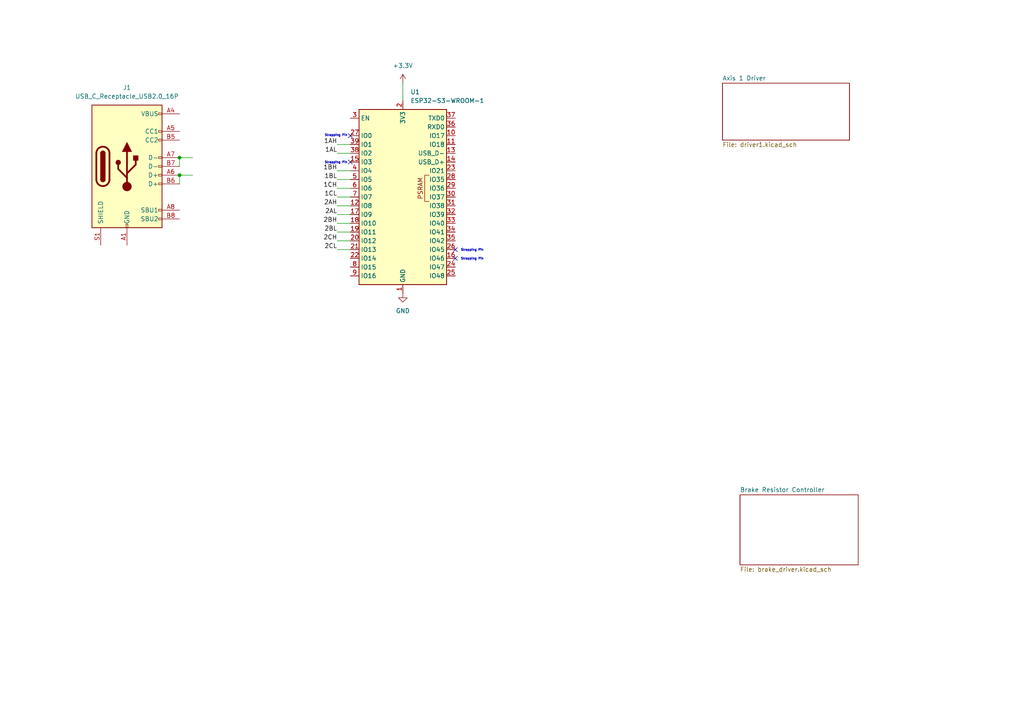
<source format=kicad_sch>
(kicad_sch (version 20231120) (generator "eeschema") (generator_version "8.0")
  (paper "A4")
  (lib_symbols
    (symbol "Connector:USB_C_Receptacle_USB2.0_16P" (pin_names (offset 1.016))
      (property "Reference" "J" (at 0 22.225 0))
      (property "Value" "USB_C_Receptacle_USB2.0_16P" (at 0 19.685 0))
      (symbol "USB_C_Receptacle_USB2.0_16P_0_0"
        (rectangle (start -0.254 -17.78) (end 0.254 -16.764))
        (rectangle (start 10.16 -14.986) (end 9.144 -15.494))
        (rectangle (start 10.16 -12.446) (end 9.144 -12.954))
        (rectangle (start 10.16 -4.826) (end 9.144 -5.334))
        (rectangle (start 10.16 -2.286) (end 9.144 -2.794))
        (rectangle (start 10.16 0.254) (end 9.144 -0.254))
        (rectangle (start 10.16 2.794) (end 9.144 2.286))
        (rectangle (start 10.16 7.874) (end 9.144 7.366))
        (rectangle (start 10.16 10.414) (end 9.144 9.906))
        (rectangle (start 10.16 15.494) (end 9.144 14.986))
      )
      (symbol "USB_C_Receptacle_USB2.0_16P_0_1"
        (rectangle (start -10.16 17.78) (end 10.16 -17.78) (stroke (width 0.254)) (fill (type background)))
        (arc (start -8.89 -3.81) (mid -6.985 -5.7067) (end -5.08 -3.81) (stroke (width 0.508)))
        (arc (start -7.62 -3.81) (mid -6.985 -4.4423) (end -6.35 -3.81) (stroke (width 0.254)))
        (arc (start -7.62 -3.81) (mid -6.985 -4.4423) (end -6.35 -3.81) (stroke (width 0.254)) (fill (type outline)))
        (rectangle (start -7.62 -3.81) (end -6.35 3.81) (stroke (width 0.254)) (fill (type outline)))
        (arc (start -6.35 3.81) (mid -6.985 4.4423) (end -7.62 3.81) (stroke (width 0.254)))
        (arc (start -6.35 3.81) (mid -6.985 4.4423) (end -7.62 3.81) (stroke (width 0.254)) (fill (type outline)))
        (arc (start -5.08 3.81) (mid -6.985 5.7067) (end -8.89 3.81) (stroke (width 0.508)))
        (circle (center -2.54 1.143) (radius 0.635) (stroke (width 0.254)) (fill (type outline)))
        (circle (center 0 -5.842) (radius 1.27) (fill (type outline)))
        (polyline (pts (xy -8.89 -3.81) (xy -8.89 3.81)) (stroke (width 0.508)))
        (polyline (pts (xy -5.08 3.81) (xy -5.08 -3.81)) (stroke (width 0.508)))
        (polyline (pts (xy 0 -5.842) (xy 0 4.318)) (stroke (width 0.508)))
        (polyline (pts (xy 0 -3.302) (xy -2.54 -0.762) (xy -2.54 0.508)) (stroke (width 0.508)))
        (polyline (pts (xy 0 -2.032) (xy 2.54 0.508) (xy 2.54 1.778)) (stroke (width 0.508)))
        (polyline (pts (xy -1.27 4.318) (xy 0 6.858) (xy 1.27 4.318) (xy -1.27 4.318)) (stroke (width 0.254)) (fill (type outline)))
        (rectangle (start 1.905 1.778) (end 3.175 3.048) (stroke (width 0.254)) (fill (type outline)))
      )
      (symbol "USB_C_Receptacle_USB2.0_16P_1_1"
        (pin passive line (at 0 -22.86 90) (length 5.08) (name "GND") (number "A1"))
        (pin passive line (at 0 -22.86 90) (length 5.08) hide (name "GND") (number "A12"))
        (pin passive line (at 15.24 15.24 180) (length 5.08) (name "VBUS") (number "A4"))
        (pin bidirectional line (at 15.24 10.16 180) (length 5.08) (name "CC1") (number "A5"))
        (pin bidirectional line (at 15.24 -2.54 180) (length 5.08) (name "D+") (number "A6"))
        (pin bidirectional line (at 15.24 2.54 180) (length 5.08) (name "D-") (number "A7"))
        (pin bidirectional line (at 15.24 -12.7 180) (length 5.08) (name "SBU1") (number "A8"))
        (pin passive line (at 15.24 15.24 180) (length 5.08) hide (name "VBUS") (number "A9"))
        (pin passive line (at 0 -22.86 90) (length 5.08) hide (name "GND") (number "B1"))
        (pin passive line (at 0 -22.86 90) (length 5.08) hide (name "GND") (number "B12"))
        (pin passive line (at 15.24 15.24 180) (length 5.08) hide (name "VBUS") (number "B4"))
        (pin bidirectional line (at 15.24 7.62 180) (length 5.08) (name "CC2") (number "B5"))
        (pin bidirectional line (at 15.24 -5.08 180) (length 5.08) (name "D+") (number "B6"))
        (pin bidirectional line (at 15.24 0 180) (length 5.08) (name "D-") (number "B7"))
        (pin bidirectional line (at 15.24 -15.24 180) (length 5.08) (name "SBU2") (number "B8"))
        (pin passive line (at 15.24 15.24 180) (length 5.08) hide (name "VBUS") (number "B9"))
        (pin passive line (at -7.62 -22.86 90) (length 5.08) (name "SHIELD") (number "S1"))
      )
    )
    (symbol "RF_Module:ESP32-S3-WROOM-1"
      (property "Reference" "U" (at -12.7 26.67 0))
      (property "Value" "ESP32-S3-WROOM-1" (at 12.7 26.67 0))
      (symbol "ESP32-S3-WROOM-1_0_0"
        (rectangle (start -12.7 25.4) (end 12.7 -25.4) (stroke (width 0.254)) (fill (type background)))
        (text "PSRAM" (at 5.08 2.54 900) (effects (font (size 1.27 1.27))))
      )
      (symbol "ESP32-S3-WROOM-1_0_1"
        (polyline (pts (xy 7.62 -1.27) (xy 6.35 -1.27) (xy 6.35 6.35) (xy 7.62 6.35)))
      )
      (symbol "ESP32-S3-WROOM-1_1_1"
        (pin power_in line (at 0 -27.94 90) (length 2.54) (name "GND") (number "1"))
        (pin bidirectional line (at 15.24 17.78 180) (length 2.54) (name "IO17") (number "10"))
        (pin bidirectional line (at 15.24 15.24 180) (length 2.54) (name "IO18") (number "11"))
        (pin bidirectional line (at -15.24 -2.54 0) (length 2.54) (name "IO8") (number "12"))
        (pin bidirectional line (at 15.24 12.7 180) (length 2.54) (name "USB_D-") (number "13"))
        (pin bidirectional line (at 15.24 10.16 180) (length 2.54) (name "USB_D+") (number "14"))
        (pin bidirectional line (at -15.24 10.16 0) (length 2.54) (name "IO3") (number "15"))
        (pin bidirectional line (at 15.24 -17.78 180) (length 2.54) (name "IO46") (number "16"))
        (pin bidirectional line (at -15.24 -5.08 0) (length 2.54) (name "IO9") (number "17"))
        (pin bidirectional line (at -15.24 -7.62 0) (length 2.54) (name "IO10") (number "18"))
        (pin bidirectional line (at -15.24 -10.16 0) (length 2.54) (name "IO11") (number "19"))
        (pin power_in line (at 0 27.94 270) (length 2.54) (name "3V3") (number "2"))
        (pin bidirectional line (at -15.24 -12.7 0) (length 2.54) (name "IO12") (number "20"))
        (pin bidirectional line (at -15.24 -15.24 0) (length 2.54) (name "IO13") (number "21"))
        (pin bidirectional line (at -15.24 -17.78 0) (length 2.54) (name "IO14") (number "22"))
        (pin bidirectional line (at 15.24 7.62 180) (length 2.54) (name "IO21") (number "23"))
        (pin bidirectional line (at 15.24 -20.32 180) (length 2.54) (name "IO47") (number "24"))
        (pin bidirectional line (at 15.24 -22.86 180) (length 2.54) (name "IO48") (number "25"))
        (pin bidirectional line (at 15.24 -15.24 180) (length 2.54) (name "IO45") (number "26"))
        (pin bidirectional line (at -15.24 17.78 0) (length 2.54) (name "IO0") (number "27"))
        (pin bidirectional line (at 15.24 5.08 180) (length 2.54) (name "IO35") (number "28"))
        (pin bidirectional line (at 15.24 2.54 180) (length 2.54) (name "IO36") (number "29"))
        (pin input line (at -15.24 22.86 0) (length 2.54) (name "EN") (number "3"))
        (pin bidirectional line (at 15.24 0 180) (length 2.54) (name "IO37") (number "30"))
        (pin bidirectional line (at 15.24 -2.54 180) (length 2.54) (name "IO38") (number "31"))
        (pin bidirectional line (at 15.24 -5.08 180) (length 2.54) (name "IO39") (number "32"))
        (pin bidirectional line (at 15.24 -7.62 180) (length 2.54) (name "IO40") (number "33"))
        (pin bidirectional line (at 15.24 -10.16 180) (length 2.54) (name "IO41") (number "34"))
        (pin bidirectional line (at 15.24 -12.7 180) (length 2.54) (name "IO42") (number "35"))
        (pin bidirectional line (at 15.24 20.32 180) (length 2.54) (name "RXD0") (number "36"))
        (pin bidirectional line (at 15.24 22.86 180) (length 2.54) (name "TXD0") (number "37"))
        (pin bidirectional line (at -15.24 12.7 0) (length 2.54) (name "IO2") (number "38"))
        (pin bidirectional line (at -15.24 15.24 0) (length 2.54) (name "IO1") (number "39"))
        (pin bidirectional line (at -15.24 7.62 0) (length 2.54) (name "IO4") (number "4"))
        (pin passive line (at 0 -27.94 90) (length 2.54) hide (name "GND") (number "40"))
        (pin passive line (at 0 -27.94 90) (length 2.54) hide (name "GND") (number "41"))
        (pin bidirectional line (at -15.24 5.08 0) (length 2.54) (name "IO5") (number "5"))
        (pin bidirectional line (at -15.24 2.54 0) (length 2.54) (name "IO6") (number "6"))
        (pin bidirectional line (at -15.24 0 0) (length 2.54) (name "IO7") (number "7"))
        (pin bidirectional line (at -15.24 -20.32 0) (length 2.54) (name "IO15") (number "8"))
        (pin bidirectional line (at -15.24 -22.86 0) (length 2.54) (name "IO16") (number "9"))
      )
    )
    (symbol "power:+3.3V" (power) (pin_numbers hide) (pin_names (offset 0) hide)
      (property "Value" "+3.3V" (at 0 3.556 0))
      (symbol "+3.3V_0_1"
        (polyline (pts (xy -0.762 1.27) (xy 0 2.54)))
        (polyline (pts (xy 0 0) (xy 0 2.54)))
        (polyline (pts (xy 0 2.54) (xy 0.762 1.27)))
      )
      (symbol "+3.3V_1_1"
        (pin power_in line (at 0 0 90) (length 0) (name "~") (number "1"))
      )
    )
    (symbol "power:GND" (power) (pin_numbers hide) (pin_names (offset 0) hide)
      (property "Value" "GND" (at 0 -3.81 0))
      (symbol "GND_0_1"
        (polyline (pts (xy 0 0) (xy 0 -1.27) (xy 1.27 -1.27) (xy 0 -2.54) (xy -1.27 -1.27) (xy 0 -1.27)))
      )
      (symbol "GND_1_1"
        (pin power_in line (at 0 0 270) (length 0) (name "~") (number "1"))
      )
    )
  )
  (junction (at 52.07 50.8))
  (junction (at 52.07 45.72))
  (no_connect (at 132.08 72.39))
  (no_connect (at 101.6 39.37))
  (no_connect (at 101.6 46.99))
  (no_connect (at 132.08 74.93))
  (wire (pts (xy 97.79 72.39) (xy 101.6 72.39)))
  (wire (pts (xy 97.79 49.53) (xy 101.6 49.53)))
  (wire (pts (xy 97.79 64.77) (xy 101.6 64.77)))
  (wire (pts (xy 52.07 48.26) (xy 52.07 45.72)))
  (wire (pts (xy 52.07 50.8) (xy 55.88 50.8)))
  (wire (pts (xy 97.79 44.45) (xy 101.6 44.45)))
  (wire (pts (xy 97.79 41.91) (xy 101.6 41.91)))
  (wire (pts (xy 97.79 57.15) (xy 101.6 57.15)))
  (wire (pts (xy 52.07 53.34) (xy 52.07 50.8)))
  (wire (pts (xy 97.79 52.07) (xy 101.6 52.07)))
  (wire (pts (xy 97.79 62.23) (xy 101.6 62.23)))
  (wire (pts (xy 97.79 54.61) (xy 101.6 54.61)))
  (wire (pts (xy 52.07 45.72) (xy 55.88 45.72)))
  (wire (pts (xy 116.84 24.13) (xy 116.84 29.21)))
  (wire (pts (xy 97.79 67.31) (xy 101.6 67.31)))
  (wire (pts (xy 97.79 59.69) (xy 101.6 59.69)))
  (wire (pts (xy 97.79 69.85) (xy 101.6 69.85)))
  (text "Strapping Pin" (at 100.838 39.37 0) (effects (font (size 0.635 0.635)) (justify right)))
  (text "Strapping Pin" (at 100.838 47.244 0) (effects (font (size 0.635 0.635)) (justify right)))
  (text "Strapping Pin" (at 133.604 72.644 0) (effects (font (size 0.635 0.635)) (justify left)))
  (text "Strapping Pin" (at 133.604 75.184 0) (effects (font (size 0.635 0.635)) (justify left)))
  (label "1AH" (at 97.79 41.91 180))
  (label "2BL" (at 97.79 67.31 180))
  (label "2AL" (at 97.79 62.23 180))
  (label "1CH" (at 97.79 54.61 180))
  (label "2BH" (at 97.79 64.77 180))
  (label "2AH" (at 97.79 59.69 180))
  (label "1BL" (at 97.79 52.07 180))
  (label "2CH" (at 97.79 69.85 180))
  (label "2CL" (at 97.79 72.39 180))
  (label "1CL" (at 97.79 57.15 180))
  (label "1AL" (at 97.79 44.45 180))
  (label "1BH" (at 97.79 49.53 180))
  (symbol (lib_id "Connector:USB_C_Receptacle_USB2.0_16P") (at 36.83 48.26 0) (unit 1)
    (property "Reference" "J1" (at 36.83 25.4 0))
    (property "Value" "USB_C_Receptacle_USB2.0_16P" (at 36.83 27.94 0))
    (property "Datasheet" "https://www.usb.org/sites/default/files/documents/usb_type-c.zip" (effects (hide yes)))
    (property "Description" "USB 2.0-only 16P Type-C Receptacle connector" (effects (hide yes)))
  )
  (symbol (lib_id "RF_Module:ESP32-S3-WROOM-1") (at 116.84 57.15 0) (unit 1)
    (property "Reference" "U1" (at 119.0341 26.67 0) (effects (justify left)))
    (property "Value" "ESP32-S3-WROOM-1" (at 119.0341 29.21 0) (effects (justify left)))
    (property "Footprint" "RF_Module:ESP32-S3-WROOM-1" (effects (hide yes)))
    (property "Datasheet" "https://www.espressif.com/sites/default/files/documentation/esp32-s3-wroom-1_wroom-1u_datasheet_en.pdf" (effects (hide yes)))
    (property "Description" "RF Module, ESP32-S3 SoC, Wi-Fi 802.11b/g/n, Bluetooth, BLE, 32-bit, 3.3V, onboard antenna, SMD" (effects (hide yes)))
  )
  (symbol (lib_id "power:+3.3V") (at 116.84 24.13 0) (unit 1)
    (property "Reference" "#PWR04" (effects (hide yes)))
    (property "Value" "+3.3V" (at 116.84 19.05 0))
    (property "Description" "Power symbol creates a global label with name \"+3.3V\"" (effects (hide yes)))
  )
  (symbol (lib_id "power:GND") (at 116.84 85.09 0) (unit 1)
    (property "Reference" "#PWR05" (effects (hide yes)))
    (property "Value" "GND" (at 116.84 90.17 0))
    (property "Description" "Power symbol creates a global label with name \"GND\" , ground" (effects (hide yes)))
  )
  (sheet (at 214.63 143.51) (size 34.29 20.32) (stroke (width 0.1524))
    (property "Sheetname" "Brake Resistor Controller" (at 214.63 142.7984 0) (effects (justify left bottom)))
    (property "Sheetfile" "brake_driver.kicad_sch" (at 214.63 164.4146 0) (effects (justify left top)))
  )
  (sheet (at 209.55 24.13) (size 36.83 16.51) (stroke (width 0.1524))
    (property "Sheetname" "Axis 1 Driver" (at 209.55 23.4184 0) (effects (justify left bottom)))
    (property "Sheetfile" "driver1.kicad_sch" (at 209.55 41.2246 0) (effects (justify left top)))
  )
)
</source>
